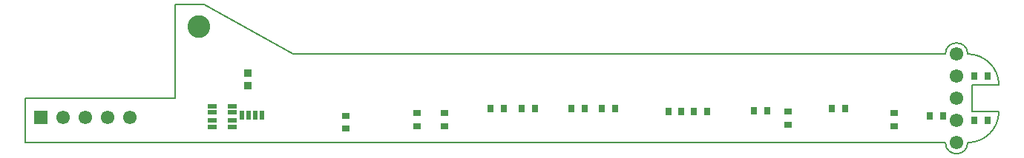
<source format=gbs>
%FSLAX23Y23*%
%MOIN*%
G70*
G01*
G75*
G04 Layer_Color=16711935*
%ADD10R,0.028X0.035*%
%ADD11R,0.063X0.016*%
%ADD12R,0.014X0.063*%
%ADD13O,0.055X0.018*%
%ADD14R,0.035X0.031*%
%ADD15C,0.015*%
%ADD16C,0.020*%
%ADD17C,0.007*%
%ADD18C,0.005*%
%ADD19C,0.059*%
%ADD20C,0.100*%
%ADD21R,0.059X0.059*%
%ADD22C,0.029*%
%ADD23R,0.039X0.020*%
%ADD24R,0.020X0.039*%
%ADD25R,0.035X0.028*%
%ADD26C,0.010*%
%ADD27C,0.024*%
%ADD28C,0.010*%
%ADD29C,0.008*%
%ADD30R,0.030X0.037*%
%ADD31R,0.065X0.018*%
%ADD32R,0.016X0.065*%
%ADD33O,0.057X0.020*%
%ADD34R,0.037X0.033*%
%ADD35C,0.061*%
%ADD36C,0.102*%
%ADD37R,0.061X0.061*%
%ADD38R,0.041X0.022*%
%ADD39R,0.022X0.041*%
%ADD40R,0.037X0.030*%
D18*
X5460Y4200D02*
G03*
X5360Y4200I-50J0D01*
G01*
X5600Y4060D02*
G03*
X5460Y4200I-140J0D01*
G01*
X5360Y3800D02*
G03*
X5460Y3800I50J0D01*
G01*
D02*
G03*
X5600Y3940I0J140D01*
G01*
X1900Y4000D02*
Y4425D01*
X2430Y4200D02*
X5360D01*
X5480Y4060D02*
X5600D01*
X1225Y4000D02*
X1900D01*
X2030Y4425D02*
X2430Y4200D01*
X5480Y3940D02*
X5600D01*
X1225Y3800D02*
Y4000D01*
X1900Y4425D02*
X2030D01*
X5480Y3940D02*
Y4060D01*
X1225Y3800D02*
X5360D01*
D30*
X5490Y3900D02*
D03*
X5550D02*
D03*
X5490Y4100D02*
D03*
X5550D02*
D03*
X3455Y3955D02*
D03*
X3515D02*
D03*
X3740Y3955D02*
D03*
X3680D02*
D03*
X3375D02*
D03*
X3315D02*
D03*
X4909Y3954D02*
D03*
X4850D02*
D03*
X4230Y3940D02*
D03*
X4290D02*
D03*
X3815Y3955D02*
D03*
X3875D02*
D03*
X4174Y3940D02*
D03*
X4115D02*
D03*
X5350Y3920D02*
D03*
X5290D02*
D03*
X4560Y3945D02*
D03*
X4500D02*
D03*
D34*
X2225Y4057D02*
D03*
Y4113D02*
D03*
D35*
X5410Y4200D02*
D03*
Y4100D02*
D03*
Y4000D02*
D03*
Y3900D02*
D03*
Y3800D02*
D03*
X1395Y3915D02*
D03*
X1495D02*
D03*
X1595D02*
D03*
X1695D02*
D03*
D36*
X2005Y4325D02*
D03*
D37*
X1295Y3915D02*
D03*
D38*
X2065Y3964D02*
D03*
Y3936D02*
D03*
Y3871D02*
D03*
Y3899D02*
D03*
X2155Y3964D02*
D03*
Y3936D02*
D03*
Y3871D02*
D03*
Y3899D02*
D03*
D39*
X2201Y3925D02*
D03*
X2229D02*
D03*
X2289D02*
D03*
X2261D02*
D03*
D40*
X3110Y3875D02*
D03*
Y3935D02*
D03*
X2665Y3863D02*
D03*
Y3922D02*
D03*
X4654Y3880D02*
D03*
Y3939D02*
D03*
X5130Y3875D02*
D03*
Y3935D02*
D03*
X2985Y3875D02*
D03*
Y3935D02*
D03*
M02*

</source>
